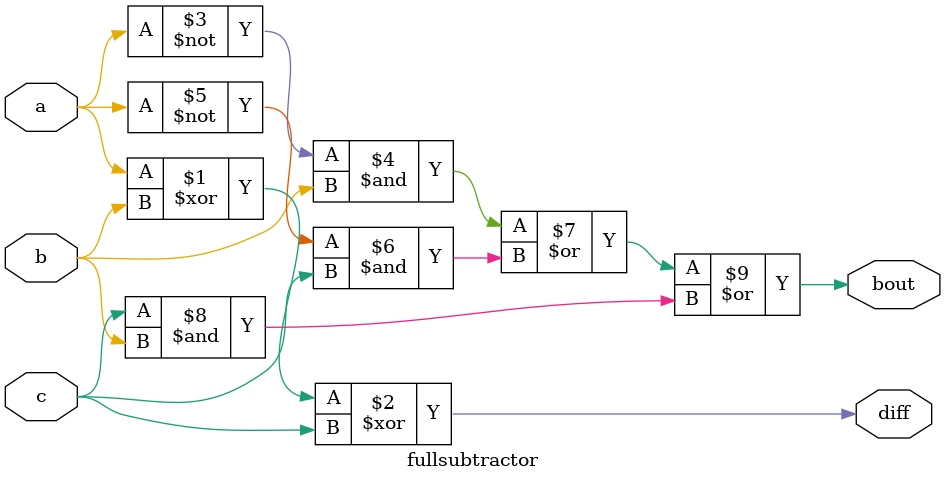
<source format=v>
module fullsubtractor(a,b,c,diff,bout);
	input a,b,c;
	output diff,bout;
	assign diff = a^b^c;
	assign bout = ((~a)&b) | ((~a)&c) | (c&b);
endmodule

</source>
